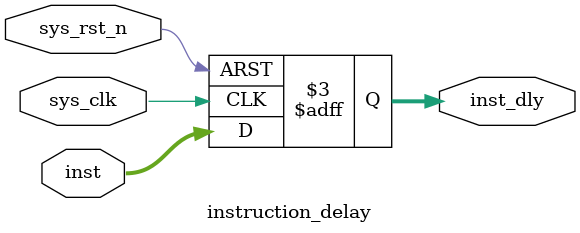
<source format=v>
module instruction_delay (
    input wire sys_clk,
    input wire sys_rst_n,
    input wire [31:0] inst,
    
    output reg [31:0] inst_dly
);

    always @(posedge sys_clk or negedge sys_rst_n) begin
        if (sys_rst_n == 1'b0)
            inst_dly <= 32'b0;
        else
            inst_dly <= inst;
    end
    
endmodule
</source>
